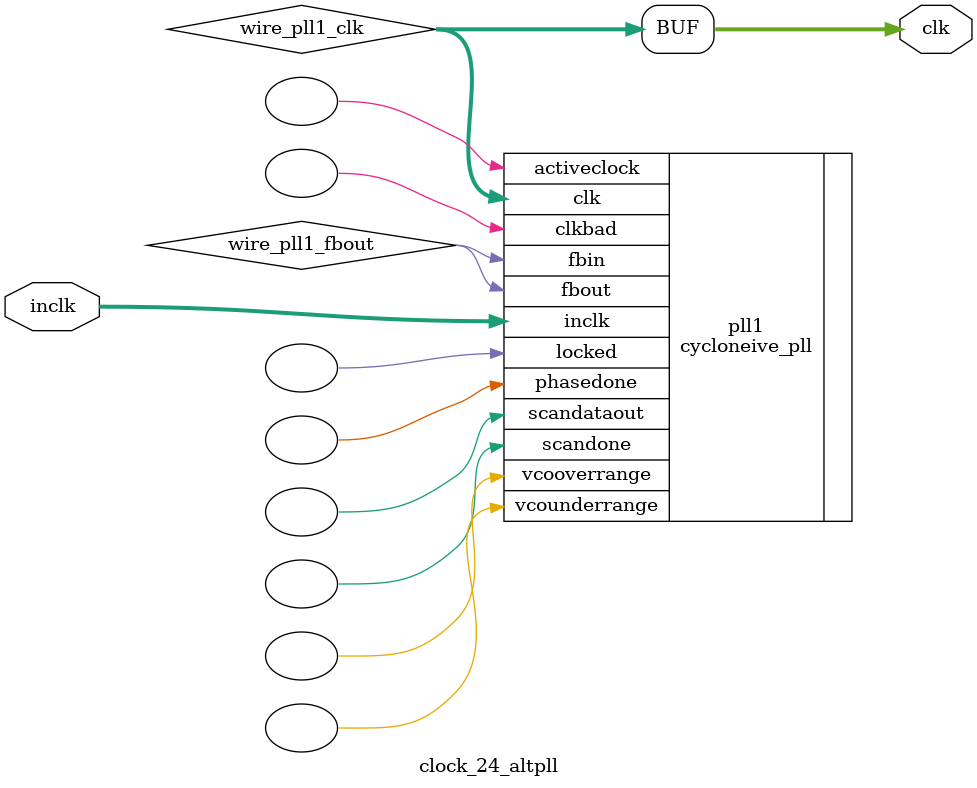
<source format=v>






//synthesis_resources = cycloneive_pll 1 
//synopsys translate_off
`timescale 1 ps / 1 ps
//synopsys translate_on
module  clock_24_altpll
	( 
	clk,
	inclk) /* synthesis synthesis_clearbox=1 */;
	output   [4:0]  clk;
	input   [1:0]  inclk;
`ifndef ALTERA_RESERVED_QIS
// synopsys translate_off
`endif
	tri0   [1:0]  inclk;
`ifndef ALTERA_RESERVED_QIS
// synopsys translate_on
`endif

	wire  [4:0]   wire_pll1_clk;
	wire  wire_pll1_fbout;

	cycloneive_pll   pll1
	( 
	.activeclock(),
	.clk(wire_pll1_clk),
	.clkbad(),
	.fbin(wire_pll1_fbout),
	.fbout(wire_pll1_fbout),
	.inclk(inclk),
	.locked(),
	.phasedone(),
	.scandataout(),
	.scandone(),
	.vcooverrange(),
	.vcounderrange()
	`ifndef FORMAL_VERIFICATION
	// synopsys translate_off
	`endif
	,
	.areset(1'b0),
	.clkswitch(1'b0),
	.configupdate(1'b0),
	.pfdena(1'b1),
	.phasecounterselect({3{1'b0}}),
	.phasestep(1'b0),
	.phaseupdown(1'b0),
	.scanclk(1'b0),
	.scanclkena(1'b1),
	.scandata(1'b0)
	`ifndef FORMAL_VERIFICATION
	// synopsys translate_on
	`endif
	);
	defparam
		pll1.bandwidth_type = "auto",
		pll1.clk0_divide_by = 25,
		pll1.clk0_duty_cycle = 50,
		pll1.clk0_multiply_by = 12,
		pll1.clk0_phase_shift = "0",
		pll1.compensate_clock = "clk0",
		pll1.inclk0_input_frequency = 20000,
		pll1.operation_mode = "normal",
		pll1.pll_type = "auto",
		pll1.lpm_type = "cycloneive_pll";
	assign
		clk = {wire_pll1_clk[4:0]};
endmodule //clock_24_altpll
//VALID FILE

</source>
